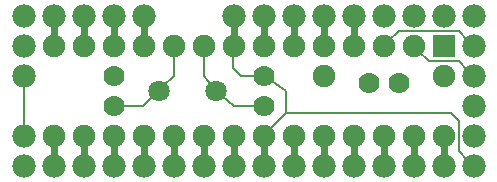
<source format=gtl>
G04 MADE WITH FRITZING*
G04 WWW.FRITZING.ORG*
G04 DOUBLE SIDED*
G04 HOLES PLATED*
G04 CONTOUR ON CENTER OF CONTOUR VECTOR*
%ASAXBY*%
%FSLAX23Y23*%
%MOIN*%
%OFA0B0*%
%SFA1.0B1.0*%
%ADD10C,0.078000*%
%ADD11C,0.075000*%
%ADD12C,0.070925*%
%ADD13C,0.070866*%
%ADD14C,0.070000*%
%ADD15R,0.075000X0.075000*%
%ADD16C,0.024000*%
%ADD17C,0.008000*%
%LNCOPPER1*%
G90*
G70*
G54D10*
X1456Y557D03*
X1356Y557D03*
X1256Y557D03*
X1156Y557D03*
X1056Y557D03*
X956Y557D03*
X856Y557D03*
X756Y557D03*
X456Y557D03*
X356Y557D03*
X256Y557D03*
X156Y557D03*
G54D11*
X1456Y457D03*
X1456Y157D03*
X1356Y457D03*
X1356Y157D03*
X1256Y457D03*
X1256Y157D03*
X1156Y457D03*
X1156Y157D03*
X1056Y457D03*
X1056Y157D03*
X956Y457D03*
X956Y157D03*
X856Y457D03*
X856Y157D03*
X756Y457D03*
X756Y157D03*
X656Y457D03*
X656Y157D03*
X556Y457D03*
X556Y157D03*
X456Y457D03*
X456Y157D03*
X356Y457D03*
X356Y157D03*
X256Y457D03*
X256Y157D03*
X156Y457D03*
X156Y157D03*
G54D12*
X699Y307D03*
G54D13*
X506Y307D03*
G54D14*
X856Y357D03*
X856Y257D03*
X356Y357D03*
X356Y257D03*
G54D11*
X1056Y357D03*
X1456Y357D03*
G54D10*
X56Y157D03*
X56Y57D03*
X56Y557D03*
X56Y457D03*
X56Y357D03*
X1556Y557D03*
X1556Y457D03*
X1556Y357D03*
X1556Y257D03*
X1556Y157D03*
X1556Y57D03*
X1456Y57D03*
X1356Y57D03*
X1256Y57D03*
X1156Y57D03*
X1056Y57D03*
X956Y57D03*
X856Y57D03*
X756Y57D03*
X656Y57D03*
X556Y57D03*
X456Y57D03*
X356Y57D03*
X256Y57D03*
X156Y57D03*
G54D14*
X1206Y332D03*
X1306Y332D03*
G54D15*
X1456Y457D03*
G54D16*
X1156Y486D02*
X1156Y527D01*
D02*
X1056Y486D02*
X1056Y527D01*
D02*
X956Y486D02*
X956Y527D01*
D02*
X856Y486D02*
X856Y527D01*
D02*
X756Y486D02*
X756Y527D01*
D02*
X456Y486D02*
X456Y527D01*
D02*
X356Y486D02*
X356Y527D01*
D02*
X256Y486D02*
X256Y527D01*
D02*
X156Y486D02*
X156Y527D01*
G54D17*
D02*
X556Y357D02*
X556Y434D01*
D02*
X521Y322D02*
X556Y357D01*
D02*
X656Y357D02*
X656Y434D01*
D02*
X685Y323D02*
X656Y357D01*
D02*
X755Y383D02*
X755Y434D01*
D02*
X781Y357D02*
X755Y383D01*
D02*
X835Y357D02*
X781Y357D01*
D02*
X756Y257D02*
X835Y257D01*
D02*
X715Y293D02*
X756Y257D01*
D02*
X455Y257D02*
X376Y257D01*
D02*
X490Y292D02*
X455Y257D01*
D02*
X930Y307D02*
X930Y232D01*
D02*
X930Y232D02*
X872Y174D01*
D02*
X873Y346D02*
X930Y307D01*
G54D16*
D02*
X856Y129D02*
X856Y87D01*
D02*
X156Y129D02*
X156Y87D01*
D02*
X256Y129D02*
X256Y87D01*
D02*
X356Y129D02*
X356Y87D01*
D02*
X456Y129D02*
X456Y87D01*
D02*
X556Y129D02*
X556Y87D01*
D02*
X656Y129D02*
X656Y87D01*
D02*
X756Y129D02*
X756Y87D01*
D02*
X956Y129D02*
X956Y87D01*
D02*
X1056Y129D02*
X1056Y87D01*
D02*
X1156Y129D02*
X1156Y87D01*
D02*
X1256Y129D02*
X1256Y87D01*
D02*
X1356Y129D02*
X1356Y87D01*
D02*
X1456Y129D02*
X1456Y87D01*
G54D17*
D02*
X56Y333D02*
X56Y182D01*
D02*
X1506Y507D02*
X1306Y507D01*
D02*
X1306Y507D02*
X1272Y474D01*
D02*
X1538Y475D02*
X1506Y507D01*
D02*
X1506Y407D02*
X1406Y407D01*
D02*
X1406Y407D02*
X1372Y441D01*
D02*
X1538Y375D02*
X1506Y407D01*
D02*
X1506Y207D02*
X1506Y107D01*
D02*
X1506Y107D02*
X1538Y75D01*
D02*
X1481Y232D02*
X1506Y207D01*
D02*
X930Y232D02*
X1481Y232D01*
G04 End of Copper1*
M02*
</source>
